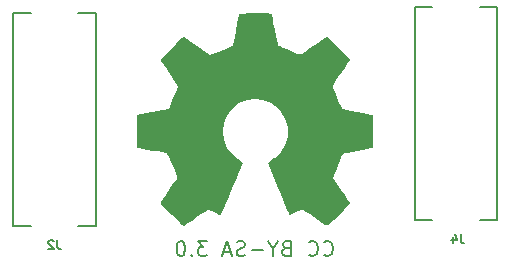
<source format=gbo>
G04 (created by PCBNEW (2013-09-06 BZR 4312)-stable) date N 14 nov   2013 22:35:42 EET*
%MOIN*%
G04 Gerber Fmt 3.4, Leading zero omitted, Abs format*
%FSLAX34Y34*%
G01*
G70*
G90*
G04 APERTURE LIST*
%ADD10C,0.000787*%
%ADD11C,0.005000*%
%ADD12C,0.005906*%
%ADD13C,0.000100*%
G04 APERTURE END LIST*
G54D10*
G54D11*
X51497Y-49778D02*
X51521Y-49802D01*
X51592Y-49826D01*
X51640Y-49826D01*
X51711Y-49802D01*
X51759Y-49754D01*
X51783Y-49707D01*
X51807Y-49611D01*
X51807Y-49540D01*
X51783Y-49445D01*
X51759Y-49397D01*
X51711Y-49350D01*
X51640Y-49326D01*
X51592Y-49326D01*
X51521Y-49350D01*
X51497Y-49373D01*
X50997Y-49778D02*
X51021Y-49802D01*
X51092Y-49826D01*
X51140Y-49826D01*
X51211Y-49802D01*
X51259Y-49754D01*
X51283Y-49707D01*
X51307Y-49611D01*
X51307Y-49540D01*
X51283Y-49445D01*
X51259Y-49397D01*
X51211Y-49350D01*
X51140Y-49326D01*
X51092Y-49326D01*
X51021Y-49350D01*
X50997Y-49373D01*
X50235Y-49564D02*
X50164Y-49588D01*
X50140Y-49611D01*
X50116Y-49659D01*
X50116Y-49730D01*
X50140Y-49778D01*
X50164Y-49802D01*
X50211Y-49826D01*
X50402Y-49826D01*
X50402Y-49326D01*
X50235Y-49326D01*
X50188Y-49350D01*
X50164Y-49373D01*
X50140Y-49421D01*
X50140Y-49469D01*
X50164Y-49516D01*
X50188Y-49540D01*
X50235Y-49564D01*
X50402Y-49564D01*
X49807Y-49588D02*
X49807Y-49826D01*
X49973Y-49326D02*
X49807Y-49588D01*
X49640Y-49326D01*
X49473Y-49635D02*
X49092Y-49635D01*
X48878Y-49802D02*
X48807Y-49826D01*
X48688Y-49826D01*
X48640Y-49802D01*
X48616Y-49778D01*
X48592Y-49730D01*
X48592Y-49683D01*
X48616Y-49635D01*
X48640Y-49611D01*
X48688Y-49588D01*
X48783Y-49564D01*
X48830Y-49540D01*
X48854Y-49516D01*
X48878Y-49469D01*
X48878Y-49421D01*
X48854Y-49373D01*
X48830Y-49350D01*
X48783Y-49326D01*
X48664Y-49326D01*
X48592Y-49350D01*
X48402Y-49683D02*
X48164Y-49683D01*
X48450Y-49826D02*
X48283Y-49326D01*
X48116Y-49826D01*
X47616Y-49326D02*
X47307Y-49326D01*
X47473Y-49516D01*
X47402Y-49516D01*
X47354Y-49540D01*
X47330Y-49564D01*
X47307Y-49611D01*
X47307Y-49730D01*
X47330Y-49778D01*
X47354Y-49802D01*
X47402Y-49826D01*
X47545Y-49826D01*
X47592Y-49802D01*
X47616Y-49778D01*
X47092Y-49778D02*
X47069Y-49802D01*
X47092Y-49826D01*
X47116Y-49802D01*
X47092Y-49778D01*
X47092Y-49826D01*
X46759Y-49326D02*
X46711Y-49326D01*
X46664Y-49350D01*
X46640Y-49373D01*
X46616Y-49421D01*
X46592Y-49516D01*
X46592Y-49635D01*
X46616Y-49730D01*
X46640Y-49778D01*
X46664Y-49802D01*
X46711Y-49826D01*
X46759Y-49826D01*
X46807Y-49802D01*
X46830Y-49778D01*
X46854Y-49730D01*
X46878Y-49635D01*
X46878Y-49516D01*
X46854Y-49421D01*
X46830Y-49373D01*
X46807Y-49350D01*
X46759Y-49326D01*
G54D12*
X41535Y-48818D02*
X41732Y-48818D01*
X41535Y-48818D02*
X41141Y-48818D01*
X41141Y-48818D02*
X41141Y-41732D01*
X41141Y-41732D02*
X41732Y-41732D01*
X43307Y-48818D02*
X43897Y-48818D01*
X43897Y-48818D02*
X43897Y-41732D01*
X43897Y-41732D02*
X43307Y-41732D01*
X56889Y-41535D02*
X56692Y-41535D01*
X56889Y-41535D02*
X57283Y-41535D01*
X57283Y-41535D02*
X57283Y-48622D01*
X57283Y-48622D02*
X56692Y-48622D01*
X55118Y-41535D02*
X54527Y-41535D01*
X54527Y-41535D02*
X54527Y-48622D01*
X54527Y-48622D02*
X55118Y-48622D01*
G54D13*
G36*
X46825Y-48812D02*
X46866Y-48790D01*
X46959Y-48732D01*
X47090Y-48646D01*
X47245Y-48542D01*
X47401Y-48437D01*
X47530Y-48351D01*
X47619Y-48293D01*
X47657Y-48272D01*
X47677Y-48279D01*
X47751Y-48315D01*
X47859Y-48371D01*
X47921Y-48404D01*
X48020Y-48446D01*
X48069Y-48455D01*
X48077Y-48441D01*
X48113Y-48366D01*
X48170Y-48237D01*
X48244Y-48066D01*
X48329Y-47866D01*
X48420Y-47651D01*
X48512Y-47431D01*
X48599Y-47221D01*
X48676Y-47033D01*
X48738Y-46880D01*
X48778Y-46773D01*
X48793Y-46727D01*
X48789Y-46718D01*
X48739Y-46670D01*
X48653Y-46605D01*
X48467Y-46454D01*
X48283Y-46224D01*
X48171Y-45963D01*
X48134Y-45674D01*
X48166Y-45405D01*
X48271Y-45146D01*
X48451Y-44914D01*
X48669Y-44741D01*
X48925Y-44632D01*
X49211Y-44597D01*
X49487Y-44628D01*
X49751Y-44732D01*
X49983Y-44909D01*
X50080Y-45022D01*
X50216Y-45257D01*
X50293Y-45510D01*
X50301Y-45574D01*
X50290Y-45850D01*
X50208Y-46115D01*
X50062Y-46353D01*
X49859Y-46547D01*
X49834Y-46565D01*
X49740Y-46635D01*
X49677Y-46683D01*
X49628Y-46724D01*
X49980Y-47571D01*
X50036Y-47706D01*
X50132Y-47938D01*
X50218Y-48137D01*
X50285Y-48296D01*
X50332Y-48402D01*
X50353Y-48445D01*
X50355Y-48447D01*
X50386Y-48453D01*
X50451Y-48429D01*
X50569Y-48372D01*
X50647Y-48332D01*
X50737Y-48288D01*
X50778Y-48272D01*
X50812Y-48291D01*
X50899Y-48347D01*
X51025Y-48431D01*
X51176Y-48534D01*
X51320Y-48632D01*
X51453Y-48720D01*
X51550Y-48782D01*
X51597Y-48807D01*
X51604Y-48807D01*
X51646Y-48784D01*
X51722Y-48720D01*
X51838Y-48611D01*
X52001Y-48450D01*
X52026Y-48425D01*
X52160Y-48288D01*
X52269Y-48174D01*
X52342Y-48092D01*
X52369Y-48055D01*
X52369Y-48055D01*
X52345Y-48009D01*
X52284Y-47913D01*
X52196Y-47778D01*
X52088Y-47621D01*
X51808Y-47213D01*
X51962Y-46828D01*
X52009Y-46710D01*
X52069Y-46567D01*
X52114Y-46465D01*
X52137Y-46421D01*
X52179Y-46406D01*
X52284Y-46381D01*
X52437Y-46349D01*
X52619Y-46315D01*
X52792Y-46283D01*
X52949Y-46254D01*
X53062Y-46231D01*
X53113Y-46221D01*
X53125Y-46214D01*
X53136Y-46189D01*
X53142Y-46136D01*
X53146Y-46041D01*
X53148Y-45891D01*
X53148Y-45674D01*
X53148Y-45650D01*
X53146Y-45443D01*
X53143Y-45278D01*
X53137Y-45169D01*
X53130Y-45127D01*
X53129Y-45126D01*
X53080Y-45114D01*
X52970Y-45091D01*
X52813Y-45060D01*
X52626Y-45025D01*
X52615Y-45022D01*
X52428Y-44987D01*
X52272Y-44954D01*
X52163Y-44929D01*
X52117Y-44915D01*
X52107Y-44901D01*
X52070Y-44829D01*
X52016Y-44713D01*
X51954Y-44572D01*
X51894Y-44426D01*
X51841Y-44295D01*
X51806Y-44196D01*
X51795Y-44152D01*
X51796Y-44151D01*
X51824Y-44106D01*
X51888Y-44010D01*
X51978Y-43876D01*
X52087Y-43717D01*
X52095Y-43705D01*
X52202Y-43548D01*
X52289Y-43415D01*
X52347Y-43320D01*
X52369Y-43277D01*
X52368Y-43274D01*
X52333Y-43227D01*
X52252Y-43138D01*
X52138Y-43018D01*
X52000Y-42879D01*
X51956Y-42836D01*
X51803Y-42687D01*
X51697Y-42589D01*
X51631Y-42537D01*
X51599Y-42525D01*
X51598Y-42526D01*
X51550Y-42555D01*
X51451Y-42619D01*
X51316Y-42711D01*
X51156Y-42819D01*
X51145Y-42827D01*
X50988Y-42934D01*
X50857Y-43022D01*
X50764Y-43084D01*
X50723Y-43109D01*
X50716Y-43109D01*
X50652Y-43090D01*
X50540Y-43051D01*
X50402Y-42997D01*
X50257Y-42939D01*
X50125Y-42883D01*
X50025Y-42838D01*
X49978Y-42811D01*
X49977Y-42809D01*
X49960Y-42753D01*
X49933Y-42635D01*
X49900Y-42473D01*
X49863Y-42280D01*
X49857Y-42249D01*
X49822Y-42061D01*
X49792Y-41907D01*
X49770Y-41799D01*
X49759Y-41755D01*
X49733Y-41749D01*
X49640Y-41742D01*
X49500Y-41739D01*
X49331Y-41737D01*
X49152Y-41738D01*
X48978Y-41742D01*
X48829Y-41747D01*
X48723Y-41754D01*
X48679Y-41763D01*
X48677Y-41766D01*
X48661Y-41824D01*
X48635Y-41942D01*
X48602Y-42105D01*
X48565Y-42298D01*
X48558Y-42332D01*
X48523Y-42519D01*
X48492Y-42673D01*
X48469Y-42778D01*
X48457Y-42820D01*
X48440Y-42829D01*
X48363Y-42862D01*
X48238Y-42914D01*
X48082Y-42977D01*
X47721Y-43123D01*
X47280Y-42820D01*
X47239Y-42793D01*
X47080Y-42685D01*
X46950Y-42598D01*
X46859Y-42539D01*
X46821Y-42518D01*
X46818Y-42519D01*
X46774Y-42558D01*
X46687Y-42640D01*
X46567Y-42756D01*
X46428Y-42895D01*
X46325Y-42998D01*
X46203Y-43122D01*
X46126Y-43205D01*
X46084Y-43259D01*
X46069Y-43291D01*
X46073Y-43313D01*
X46101Y-43358D01*
X46166Y-43455D01*
X46257Y-43589D01*
X46365Y-43745D01*
X46453Y-43876D01*
X46549Y-44024D01*
X46612Y-44130D01*
X46633Y-44182D01*
X46628Y-44203D01*
X46597Y-44290D01*
X46544Y-44421D01*
X46478Y-44576D01*
X46324Y-44926D01*
X46095Y-44970D01*
X45956Y-44997D01*
X45762Y-45034D01*
X45576Y-45070D01*
X45285Y-45126D01*
X45275Y-46194D01*
X45320Y-46213D01*
X45363Y-46225D01*
X45471Y-46249D01*
X45624Y-46279D01*
X45805Y-46314D01*
X45960Y-46342D01*
X46115Y-46372D01*
X46227Y-46393D01*
X46276Y-46404D01*
X46289Y-46421D01*
X46328Y-46496D01*
X46383Y-46616D01*
X46445Y-46760D01*
X46507Y-46909D01*
X46562Y-47047D01*
X46600Y-47152D01*
X46615Y-47206D01*
X46593Y-47247D01*
X46535Y-47339D01*
X46449Y-47469D01*
X46343Y-47624D01*
X46237Y-47778D01*
X46148Y-47910D01*
X46086Y-48005D01*
X46060Y-48049D01*
X46073Y-48078D01*
X46135Y-48153D01*
X46251Y-48274D01*
X46425Y-48446D01*
X46453Y-48473D01*
X46591Y-48606D01*
X46708Y-48713D01*
X46789Y-48786D01*
X46825Y-48812D01*
X46825Y-48812D01*
G37*
G54D11*
X42620Y-49303D02*
X42620Y-49518D01*
X42634Y-49560D01*
X42662Y-49589D01*
X42705Y-49603D01*
X42734Y-49603D01*
X42491Y-49332D02*
X42477Y-49318D01*
X42448Y-49303D01*
X42377Y-49303D01*
X42348Y-49318D01*
X42334Y-49332D01*
X42320Y-49360D01*
X42320Y-49389D01*
X42334Y-49432D01*
X42505Y-49603D01*
X42320Y-49603D01*
X56070Y-49103D02*
X56070Y-49318D01*
X56084Y-49360D01*
X56112Y-49389D01*
X56155Y-49403D01*
X56184Y-49403D01*
X55798Y-49203D02*
X55798Y-49403D01*
X55870Y-49089D02*
X55941Y-49303D01*
X55755Y-49303D01*
M02*

</source>
